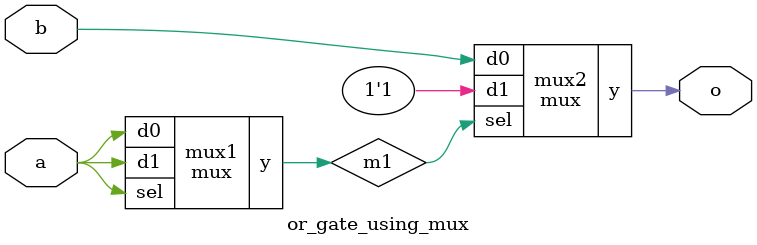
<source format=sv>

module mux
(
  input  d0, d1,
  input  sel,
  output y
);

  assign y = sel ? d1 : d0;

endmodule

//----------------------------------------------------------------------------
// Task
//----------------------------------------------------------------------------

module or_gate_using_mux
(
    input  a,
    input  b,
    output o
);

  // Task:

  // Implement or gate using instance(s) of mux,
  // constants 0 and 1, and wire connections

  logic m1;

  mux mux1(a, a, a, m1);
  mux mux2(b, 1'b1, m1, o);


endmodule

</source>
